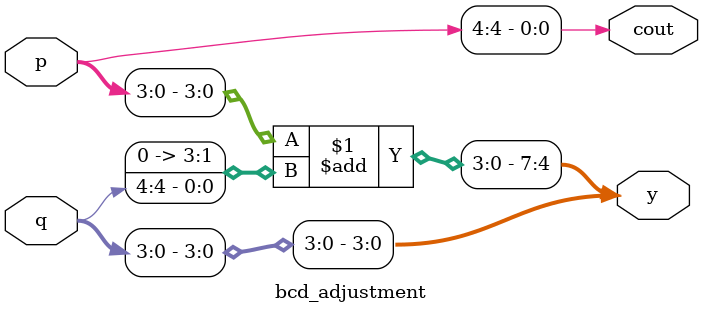
<source format=v>
`timescale 10ns/1ps 

module tb_bcd_adder(); 
	reg [7:0] a, b;
	wire cout;
	wire [7:0] s;
	
	bcd_adder uut (cout,s,a,b);
	
	initial
		begin
		a = 8'b00100101; b = 8'b01010010;
		#10 a = 8'b10011001; b = 8'b10001000;
		#10 a = 8'b10010011; b = 8'b00010010;
		end
		
	initial $monitor("t=%3d, a=%8b, b=%8b, cout=%b, s=%8b",$time,a,b,cout,s); 

	initial
		begin
		$dumpfile("bcd_adder.vcd");
		$dumpvars;
		end
endmodule 


module bcd_adder (cout,s,a,b); 
	input [7:0] a, b; 
	output [7:0]s ; 
	output cout ; 
	wire [4:0] y1, y2;
	adder_4bit Add1 (y1, a[3:0], b[3:0]);
	adder_4bit Add2 (y2, a[7:4], b[7:4]);
	bcd_adjustment BAD (cout, s, y2, y1);
// structural style from the modules designed below
endmodule 


module adder_4bit(y,p,q);	
	input [3:0]p,q ; 
	output [4:0]y ;
	assign y = (((p+q)>=4'b0001)&(p[3]==0))?({((p+q)<4'b1001)?{1'b0, (p+q)}:{1'b1, ((p + q) + 4'b0110)}}):{1'b1, ((p + q) + 4'b0110)};
//use single assign statement for this addition; 
endmodule 


module bcd_adjustment(cout,y,p,q);
	input [4:0]p,q ; 
	output cout ; 
	output [7:0]y ; 
	assign y = {p[3:0] + {3'b000, q[4]}, q[3:0]};
	assign cout = p[4];
// use data flow modeling 
endmodule 
</source>
